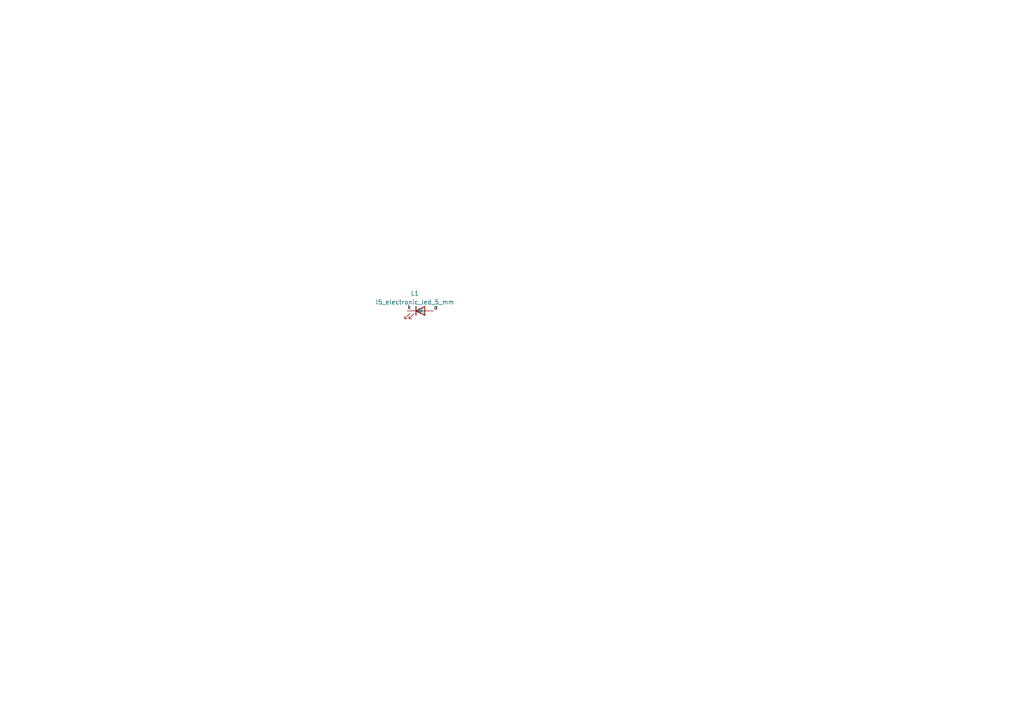
<source format=kicad_sch>
(kicad_sch (version 20230121) (generator eeschema)
  (paper "A4")
  (lib_symbols
    (symbol "oomlout_oomp_kicad_symbols:l5_7297cd_electronic_led_5_mm" (pin_numbers hide) (pin_names (offset 1.016))
      (property "Reference" "L" (at 0 2.54 0))
      (property "Value" "l5_electronic_led_5_mm" (at 0 -2.54 0))
      (symbol "l5_7297cd_electronic_led_5_mm_0_1"
        (polyline (pts (xy -1.27 -1.27) (xy -1.27 1.27)) (stroke (width 0.254)))
        (polyline (pts (xy -1.27 0) (xy 1.27 0)))
        (polyline (pts (xy 1.27 -1.27) (xy 1.27 1.27) (xy -1.27 0) (xy 1.27 -1.27)) (stroke (width 0.254)))
        (polyline (pts (xy -3.048 -0.762) (xy -4.572 -2.286) (xy -3.81 -2.286) (xy -4.572 -2.286) (xy -4.572 -1.524)))
        (polyline (pts (xy -1.778 -0.762) (xy -3.302 -2.286) (xy -2.54 -2.286) (xy -3.302 -2.286) (xy -3.302 -1.524)))
      )
      (symbol "l5_7297cd_electronic_led_5_mm_1_1"
        (pin passive line (at -3.81 0 0) (length 2.54) (name "K") (number "1"))
        (pin passive line (at 3.81 0 180) (length 2.54) (name "A") (number "2"))
      )
    )
  )
  (label "k" (at 118.11 90.17 0))
  (label "a" (at 125.73 90.17 0))
  (symbol (lib_id "oomlout_oomp_kicad_symbols:l5_7297cd_electronic_led_5_mm") (at 121.92 90.17 0) (unit 1)
    (property "Reference" "L1" (at 120.3325 85.09 0))
    (property "Value" "l5_electronic_led_5_mm" (at 120.3325 87.63 0))
    (property "Footprint" "l5_7297cd_electronic_led_5_mm" (effects hide))
    (property "Datasheet" "https://github.com/oomlout/oomlout_oomp_v3/parts/electronic_led_5_mm/datasheet.pdf" (effects hide))
  )
)
</source>
